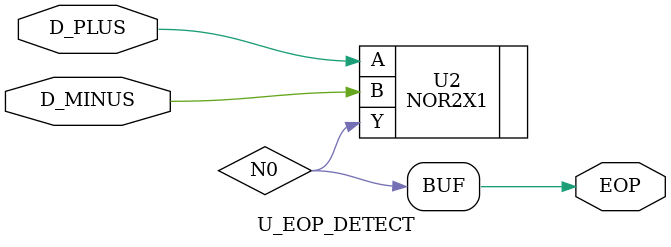
<source format=v>

module U_EOP_DETECT ( D_PLUS, D_MINUS, EOP );
  input D_PLUS, D_MINUS;
  output EOP;
  wire   N0;
  assign EOP = N0;

  NOR2X1 U2 ( .A(D_PLUS), .B(D_MINUS), .Y(N0) );
endmodule


</source>
